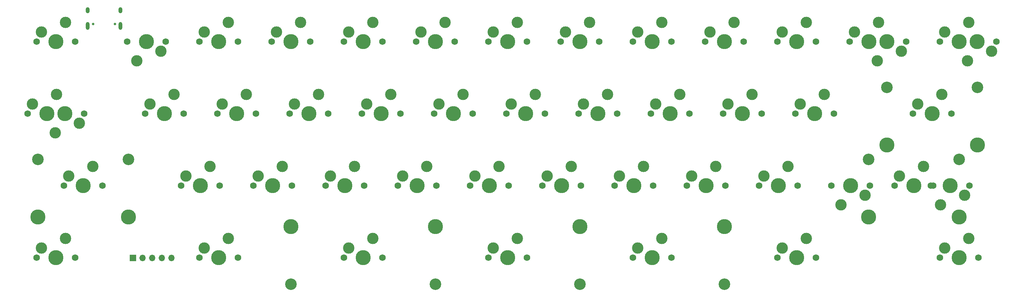
<source format=gbr>
%TF.GenerationSoftware,KiCad,Pcbnew,(6.0.11)*%
%TF.CreationDate,2023-04-19T16:23:15+02:00*%
%TF.ProjectId,kira,6b697261-2e6b-4696-9361-645f70636258,rev?*%
%TF.SameCoordinates,Original*%
%TF.FileFunction,Soldermask,Top*%
%TF.FilePolarity,Negative*%
%FSLAX46Y46*%
G04 Gerber Fmt 4.6, Leading zero omitted, Abs format (unit mm)*
G04 Created by KiCad (PCBNEW (6.0.11)) date 2023-04-19 16:23:15*
%MOMM*%
%LPD*%
G01*
G04 APERTURE LIST*
%ADD10C,3.987800*%
%ADD11C,3.000000*%
%ADD12C,1.750000*%
%ADD13C,3.048000*%
%ADD14O,1.000000X2.100000*%
%ADD15O,1.000000X1.600000*%
%ADD16C,0.650000*%
%ADD17R,1.700000X1.700000*%
%ADD18O,1.700000X1.700000*%
G04 APERTURE END LIST*
D10*
%TO.C,SW23*%
X211137500Y-65087500D03*
D11*
X213677500Y-60007500D03*
D12*
X206057500Y-65087500D03*
X216217500Y-65087500D03*
D11*
X207327500Y-62547500D03*
%TD*%
%TO.C,SW42*%
X221615000Y-100647500D03*
D12*
X220345000Y-103187500D03*
X230505000Y-103187500D03*
D11*
X227965000Y-98107500D03*
D10*
X225425000Y-103187500D03*
%TD*%
D12*
%TO.C,SW43*%
X273367500Y-103187500D03*
D11*
X270827500Y-98107500D03*
D10*
X268287500Y-103187500D03*
D12*
X263207500Y-103187500D03*
D11*
X264477500Y-100647500D03*
%TD*%
D10*
%TO.C,SW13(1.5)1*%
X268287500Y-46037500D03*
D12*
X263207500Y-46037500D03*
X273367500Y-46037500D03*
D11*
X264477500Y-43497500D03*
X270827500Y-40957500D03*
%TD*%
%TO.C,SW37(1.75)1*%
X263413152Y-89169151D03*
D10*
X265953152Y-84089151D03*
D12*
X260873152Y-84089151D03*
D11*
X269763152Y-86629151D03*
D12*
X271033152Y-84089151D03*
%TD*%
D10*
%TO.C,SW25*%
X249237500Y-73335550D03*
D12*
X256095500Y-65080550D03*
D10*
X273113500Y-73335550D03*
X261175500Y-65080550D03*
D11*
X257365500Y-62540550D03*
D13*
X273113500Y-58095550D03*
D11*
X263715500Y-60000550D03*
D13*
X249237500Y-58095550D03*
D12*
X266255500Y-65080550D03*
%TD*%
D11*
%TO.C,SW21*%
X175577500Y-60007500D03*
X169227500Y-62547500D03*
D12*
X178117500Y-65087500D03*
D10*
X173037500Y-65087500D03*
D12*
X167957500Y-65087500D03*
%TD*%
D11*
%TO.C,SW15*%
X54927500Y-62547500D03*
D10*
X58737500Y-65087500D03*
D11*
X61277500Y-60007500D03*
D12*
X53657500Y-65087500D03*
X63817500Y-65087500D03*
%TD*%
%TO.C,SW7*%
X154305000Y-46037500D03*
D10*
X149225000Y-46037500D03*
D11*
X145415000Y-43497500D03*
X151765000Y-40957500D03*
D12*
X144145000Y-46037500D03*
%TD*%
%TO.C,SW34*%
X206692500Y-84137500D03*
D10*
X201612500Y-84137500D03*
D12*
X196532500Y-84137500D03*
D11*
X204152500Y-79057500D03*
X197802500Y-81597500D03*
%TD*%
%TO.C,SW9*%
X183515000Y-43497500D03*
D12*
X182245000Y-46037500D03*
D10*
X187325000Y-46037500D03*
D12*
X192405000Y-46037500D03*
D11*
X189865000Y-40957500D03*
%TD*%
%TO.C,SW30*%
X121602500Y-81597500D03*
D10*
X125412500Y-84137500D03*
D12*
X120332500Y-84137500D03*
D11*
X127952500Y-79057500D03*
D12*
X130492500Y-84137500D03*
%TD*%
D11*
%TO.C,SW19*%
X137477500Y-60007500D03*
X131127500Y-62547500D03*
D10*
X134937500Y-65087500D03*
D12*
X140017500Y-65087500D03*
X129857500Y-65087500D03*
%TD*%
%TO.C,SW14(1.25)1*%
X32873860Y-65088197D03*
D11*
X23983860Y-62548197D03*
D10*
X27793860Y-65088197D03*
D11*
X30333860Y-60008197D03*
D12*
X22713860Y-65088197D03*
%TD*%
D11*
%TO.C,SW44*%
X113665000Y-98107500D03*
D10*
X111125000Y-103187500D03*
D13*
X130175000Y-110172500D03*
D10*
X130175000Y-94932500D03*
D12*
X106045000Y-103187500D03*
D10*
X92075000Y-94932500D03*
D13*
X92075000Y-110172500D03*
D11*
X107315000Y-100647500D03*
D12*
X116205000Y-103187500D03*
%TD*%
%TO.C,SW45*%
X182245000Y-103187500D03*
D13*
X168275000Y-110172500D03*
X206375000Y-110172500D03*
D11*
X189865000Y-98107500D03*
D10*
X168275000Y-94932500D03*
X187325000Y-103187500D03*
X206375000Y-94932500D03*
D12*
X192405000Y-103187500D03*
D11*
X183515000Y-100647500D03*
%TD*%
D10*
%TO.C,SW33*%
X182562500Y-84137500D03*
D11*
X178752500Y-81597500D03*
D12*
X187642500Y-84137500D03*
D11*
X185102500Y-79057500D03*
D12*
X177482500Y-84137500D03*
%TD*%
D11*
%TO.C,SW32*%
X159702500Y-81597500D03*
X166052500Y-79057500D03*
D12*
X168592500Y-84137500D03*
X158432500Y-84137500D03*
D10*
X163512500Y-84137500D03*
%TD*%
D11*
%TO.C,SW36*%
X243522500Y-86677500D03*
D12*
X244792500Y-84137500D03*
D10*
X239712500Y-84137500D03*
D11*
X237172500Y-89217500D03*
D12*
X234632500Y-84137500D03*
%TD*%
D11*
%TO.C,SW4*%
X88265000Y-43497500D03*
D12*
X97155000Y-46037500D03*
D11*
X94615000Y-40957500D03*
D10*
X92075000Y-46037500D03*
D12*
X86995000Y-46037500D03*
%TD*%
D11*
%TO.C,SW5*%
X113665000Y-40957500D03*
D12*
X106045000Y-46037500D03*
D11*
X107315000Y-43497500D03*
D10*
X111125000Y-46037500D03*
D12*
X116205000Y-46037500D03*
%TD*%
D11*
%TO.C,SW16*%
X80327500Y-60007500D03*
X73977500Y-62547500D03*
D10*
X77787500Y-65087500D03*
D12*
X82867500Y-65087500D03*
X72707500Y-65087500D03*
%TD*%
D13*
%TO.C,SW37(2.75)1*%
X244443100Y-77144624D03*
D10*
X244443100Y-92384624D03*
D12*
X251301100Y-84129624D03*
D10*
X268319100Y-92384624D03*
D12*
X261461100Y-84129624D03*
D11*
X258921100Y-79049624D03*
D10*
X256381100Y-84129624D03*
D11*
X252571100Y-81589624D03*
D13*
X268319100Y-77144624D03*
%TD*%
D12*
%TO.C,SW17*%
X91757500Y-65087500D03*
X101917500Y-65087500D03*
D11*
X93027500Y-62547500D03*
D10*
X96837500Y-65087500D03*
D11*
X99377500Y-60007500D03*
%TD*%
D12*
%TO.C,SW18*%
X110807500Y-65087500D03*
D11*
X118427500Y-60007500D03*
D12*
X120967500Y-65087500D03*
D10*
X115887500Y-65087500D03*
D11*
X112077500Y-62547500D03*
%TD*%
%TO.C,SW35*%
X216852500Y-81597500D03*
D12*
X225742500Y-84137500D03*
X215582500Y-84137500D03*
D11*
X223202500Y-79057500D03*
D10*
X220662500Y-84137500D03*
%TD*%
%TO.C,SW39*%
X30168281Y-103182316D03*
D12*
X25088281Y-103182316D03*
X35248281Y-103182316D03*
D11*
X26358281Y-100642316D03*
X32708281Y-98102316D03*
%TD*%
D12*
%TO.C,SW40*%
X78105000Y-103187500D03*
X67945000Y-103187500D03*
D10*
X73025000Y-103187500D03*
D11*
X75565000Y-98107500D03*
X69215000Y-100647500D03*
%TD*%
%TO.C,SW31*%
X140652500Y-81597500D03*
D10*
X144462500Y-84137500D03*
D12*
X139382500Y-84137500D03*
X149542500Y-84137500D03*
D11*
X147002500Y-79057500D03*
%TD*%
D10*
%TO.C,SW8*%
X168275000Y-46037500D03*
D11*
X164465000Y-43497500D03*
D12*
X173355000Y-46037500D03*
D11*
X170815000Y-40957500D03*
D12*
X163195000Y-46037500D03*
%TD*%
%TO.C,SW12*%
X278130000Y-46037500D03*
D11*
X276860000Y-48577500D03*
D12*
X267970000Y-46037500D03*
D10*
X273050000Y-46037500D03*
D11*
X270510000Y-51117500D03*
%TD*%
D10*
%TO.C,SW41*%
X149225000Y-103187500D03*
D13*
X206375000Y-110172500D03*
D10*
X92075000Y-94932500D03*
D12*
X144145000Y-103187500D03*
D11*
X145415000Y-100647500D03*
X151765000Y-98107500D03*
D13*
X92075000Y-110172500D03*
D12*
X154305000Y-103187500D03*
D10*
X206375000Y-94932500D03*
%TD*%
D12*
%TO.C,SW11*%
X220345000Y-46037500D03*
D10*
X225425000Y-46037500D03*
D11*
X221615000Y-43497500D03*
D12*
X230505000Y-46037500D03*
D11*
X227965000Y-40957500D03*
%TD*%
D12*
%TO.C,SW28*%
X92392500Y-84137500D03*
D11*
X89852500Y-79057500D03*
X83502500Y-81597500D03*
D10*
X87312500Y-84137500D03*
D12*
X82232500Y-84137500D03*
%TD*%
%TO.C,SW3*%
X67945000Y-46037500D03*
X78105000Y-46037500D03*
D11*
X75565000Y-40957500D03*
D10*
X73025000Y-46037500D03*
D11*
X69215000Y-43497500D03*
%TD*%
D12*
%TO.C,SW1*%
X35242500Y-46037500D03*
D11*
X26352500Y-43497500D03*
D10*
X30162500Y-46037500D03*
D12*
X25082500Y-46037500D03*
D11*
X32702500Y-40957500D03*
%TD*%
D12*
%TO.C,SW10*%
X201295000Y-46037500D03*
D11*
X208915000Y-40957500D03*
D12*
X211455000Y-46037500D03*
D11*
X202565000Y-43497500D03*
D10*
X206375000Y-46037500D03*
%TD*%
D11*
%TO.C,SW13*%
X247015000Y-40957500D03*
X240665000Y-43497500D03*
D12*
X249555000Y-46037500D03*
X239395000Y-46037500D03*
D10*
X244475000Y-46037500D03*
%TD*%
D12*
%TO.C,SW27*%
X73342500Y-84137500D03*
D10*
X68262500Y-84137500D03*
D12*
X63182500Y-84137500D03*
D11*
X70802500Y-79057500D03*
X64452500Y-81597500D03*
%TD*%
%TO.C,SW22*%
X188277500Y-62547500D03*
D12*
X187007500Y-65087500D03*
D10*
X192087500Y-65087500D03*
D12*
X197167500Y-65087500D03*
D11*
X194627500Y-60007500D03*
%TD*%
D12*
%TO.C,SW6*%
X135255000Y-46037500D03*
D11*
X132715000Y-40957500D03*
D12*
X125095000Y-46037500D03*
D11*
X126365000Y-43497500D03*
D10*
X130175000Y-46037500D03*
%TD*%
D12*
%TO.C,SW24*%
X225107500Y-65087500D03*
D11*
X226377500Y-62547500D03*
D12*
X235267500Y-65087500D03*
D11*
X232727500Y-60007500D03*
D10*
X230187500Y-65087500D03*
%TD*%
%TO.C,SW29*%
X106362500Y-84137500D03*
D11*
X108902500Y-79057500D03*
D12*
X111442500Y-84137500D03*
X101282500Y-84137500D03*
D11*
X102552500Y-81597500D03*
%TD*%
D12*
%TO.C,SW20*%
X148907500Y-65087500D03*
D11*
X150177500Y-62547500D03*
D12*
X159067500Y-65087500D03*
D11*
X156527500Y-60007500D03*
D10*
X153987500Y-65087500D03*
%TD*%
D11*
%TO.C,SW14*%
X29998117Y-70146067D03*
D12*
X37618117Y-65066067D03*
D10*
X32538117Y-65066067D03*
D11*
X36348117Y-67606067D03*
D12*
X27458117Y-65066067D03*
%TD*%
D11*
%TO.C,SW2*%
X51435000Y-51117500D03*
D10*
X53975000Y-46037500D03*
D12*
X59055000Y-46037500D03*
X48895000Y-46037500D03*
D11*
X57785000Y-48577500D03*
%TD*%
%TO.C,SW12(1.5)1*%
X246697500Y-51117500D03*
D12*
X244157500Y-46037500D03*
X254317500Y-46037500D03*
D11*
X253047500Y-48577500D03*
D10*
X249237500Y-46037500D03*
%TD*%
D11*
%TO.C,SW26*%
X39860255Y-79025102D03*
D13*
X25382255Y-77120102D03*
D10*
X25382255Y-92360102D03*
X37320255Y-84105102D03*
D13*
X49258255Y-77120102D03*
D11*
X33510255Y-81565102D03*
D12*
X42400255Y-84105102D03*
D10*
X49258255Y-92360102D03*
D12*
X32240255Y-84105102D03*
%TD*%
D14*
%TO.C,J1*%
X38542499Y-41849539D03*
D15*
X38542499Y-37669539D03*
X47182499Y-37669539D03*
D14*
X47182499Y-41849539D03*
D16*
X39972499Y-41319539D03*
X45752499Y-41319539D03*
%TD*%
D17*
%TO.C,J2*%
X50482500Y-103212500D03*
D18*
X53022500Y-103212500D03*
X55562500Y-103212500D03*
X58102500Y-103212500D03*
X60642500Y-103212500D03*
%TD*%
M02*

</source>
